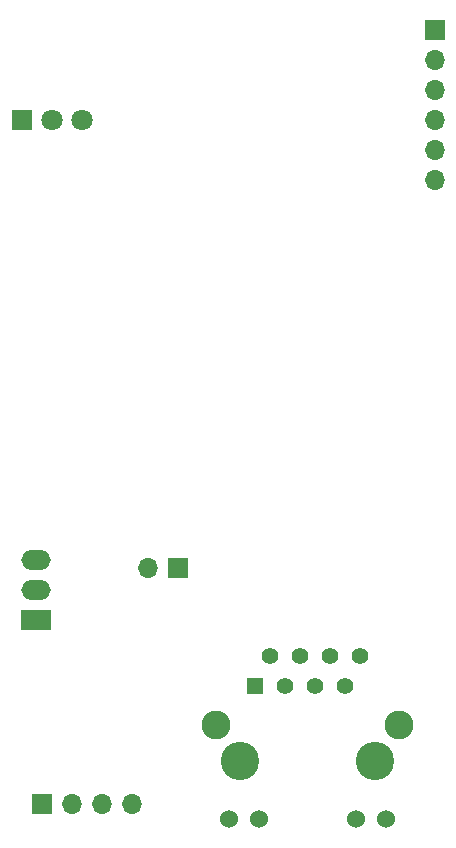
<source format=gbr>
%TF.GenerationSoftware,KiCad,Pcbnew,7.0.0-da2b9df05c~171~ubuntu22.10.1*%
%TF.CreationDate,2023-03-06T15:09:24+01:00*%
%TF.ProjectId,frakfurt_eth,6672616b-6675-4727-945f-6574682e6b69,rev?*%
%TF.SameCoordinates,Original*%
%TF.FileFunction,Soldermask,Bot*%
%TF.FilePolarity,Negative*%
%FSLAX46Y46*%
G04 Gerber Fmt 4.6, Leading zero omitted, Abs format (unit mm)*
G04 Created by KiCad (PCBNEW 7.0.0-da2b9df05c~171~ubuntu22.10.1) date 2023-03-06 15:09:24*
%MOMM*%
%LPD*%
G01*
G04 APERTURE LIST*
%ADD10R,1.700000X1.700000*%
%ADD11O,1.700000X1.700000*%
%ADD12R,1.800000X1.800000*%
%ADD13C,1.800000*%
%ADD14R,2.500000X1.700000*%
%ADD15O,2.500000X1.700000*%
%ADD16C,3.250000*%
%ADD17R,1.398000X1.398000*%
%ADD18C,1.398000*%
%ADD19C,1.530000*%
%ADD20C,2.445000*%
G04 APERTURE END LIST*
D10*
%TO.C,J4*%
X98549999Y-119049999D03*
D11*
X101089999Y-119049999D03*
X103629999Y-119049999D03*
X106169999Y-119049999D03*
%TD*%
D10*
%TO.C,J2*%
X131899999Y-53499999D03*
D11*
X131899999Y-56039999D03*
X131899999Y-58579999D03*
X131899999Y-61119999D03*
X131899999Y-63659999D03*
X131899999Y-66199999D03*
%TD*%
D12*
%TO.C,D1*%
X96849999Y-61099999D03*
D13*
X99390000Y-61100000D03*
X101930000Y-61100000D03*
%TD*%
D14*
%TO.C,U5*%
X98092499Y-103497499D03*
D15*
X98092499Y-100957499D03*
X98092499Y-98417499D03*
%TD*%
D16*
%TO.C,J1*%
X126800000Y-115400000D03*
X115370000Y-115400000D03*
D17*
X116634999Y-109049999D03*
D18*
X117905000Y-106510000D03*
X119175000Y-109050000D03*
X120445000Y-106510000D03*
X121715000Y-109050000D03*
X122985000Y-106510000D03*
X124255000Y-109050000D03*
X125525000Y-106510000D03*
D19*
X114460000Y-120300000D03*
X117000000Y-120300000D03*
X125170000Y-120300000D03*
X127710000Y-120300000D03*
D20*
X113340000Y-112350000D03*
X128830000Y-112350000D03*
%TD*%
D10*
%TO.C,J5*%
X110074999Y-99049999D03*
D11*
X107534999Y-99049999D03*
%TD*%
M02*

</source>
